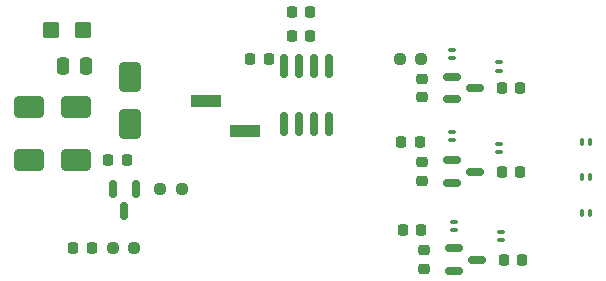
<source format=gtp>
G04 #@! TF.GenerationSoftware,KiCad,Pcbnew,9.0.7*
G04 #@! TF.CreationDate,2026-02-28T23:28:59+02:00*
G04 #@! TF.ProjectId,S-PCBASSY-001-01,532d5043-4241-4535-9359-2d3030312d30,rev?*
G04 #@! TF.SameCoordinates,Original*
G04 #@! TF.FileFunction,Paste,Top*
G04 #@! TF.FilePolarity,Positive*
%FSLAX46Y46*%
G04 Gerber Fmt 4.6, Leading zero omitted, Abs format (unit mm)*
G04 Created by KiCad (PCBNEW 9.0.7) date 2026-02-28 23:28:59*
%MOMM*%
%LPD*%
G01*
G04 APERTURE LIST*
G04 Aperture macros list*
%AMRoundRect*
0 Rectangle with rounded corners*
0 $1 Rounding radius*
0 $2 $3 $4 $5 $6 $7 $8 $9 X,Y pos of 4 corners*
0 Add a 4 corners polygon primitive as box body*
4,1,4,$2,$3,$4,$5,$6,$7,$8,$9,$2,$3,0*
0 Add four circle primitives for the rounded corners*
1,1,$1+$1,$2,$3*
1,1,$1+$1,$4,$5*
1,1,$1+$1,$6,$7*
1,1,$1+$1,$8,$9*
0 Add four rect primitives between the rounded corners*
20,1,$1+$1,$2,$3,$4,$5,0*
20,1,$1+$1,$4,$5,$6,$7,0*
20,1,$1+$1,$6,$7,$8,$9,0*
20,1,$1+$1,$8,$9,$2,$3,0*%
G04 Aperture macros list end*
%ADD10RoundRect,0.225000X-0.225000X-0.250000X0.225000X-0.250000X0.225000X0.250000X-0.225000X0.250000X0*%
%ADD11RoundRect,0.250000X1.000000X0.650000X-1.000000X0.650000X-1.000000X-0.650000X1.000000X-0.650000X0*%
%ADD12RoundRect,0.150000X-0.150000X0.587500X-0.150000X-0.587500X0.150000X-0.587500X0.150000X0.587500X0*%
%ADD13RoundRect,0.237500X-0.250000X-0.237500X0.250000X-0.237500X0.250000X0.237500X-0.250000X0.237500X0*%
%ADD14RoundRect,0.075000X0.225000X-0.075000X0.225000X0.075000X-0.225000X0.075000X-0.225000X-0.075000X0*%
%ADD15RoundRect,0.050000X0.100000X0.250000X-0.100000X0.250000X-0.100000X-0.250000X0.100000X-0.250000X0*%
%ADD16RoundRect,0.225000X0.250000X-0.225000X0.250000X0.225000X-0.250000X0.225000X-0.250000X-0.225000X0*%
%ADD17RoundRect,0.050000X0.250000X-0.100000X0.250000X0.100000X-0.250000X0.100000X-0.250000X-0.100000X0*%
%ADD18RoundRect,0.225000X0.225000X0.250000X-0.225000X0.250000X-0.225000X-0.250000X0.225000X-0.250000X0*%
%ADD19RoundRect,0.218750X-0.218750X-0.256250X0.218750X-0.256250X0.218750X0.256250X-0.218750X0.256250X0*%
%ADD20R,2.510000X1.000000*%
%ADD21RoundRect,0.237500X0.250000X0.237500X-0.250000X0.237500X-0.250000X-0.237500X0.250000X-0.237500X0*%
%ADD22RoundRect,0.250000X-0.650000X1.000000X-0.650000X-1.000000X0.650000X-1.000000X0.650000X1.000000X0*%
%ADD23RoundRect,0.150000X-0.587500X-0.150000X0.587500X-0.150000X0.587500X0.150000X-0.587500X0.150000X0*%
%ADD24RoundRect,0.250000X0.250000X0.475000X-0.250000X0.475000X-0.250000X-0.475000X0.250000X-0.475000X0*%
%ADD25RoundRect,0.150000X0.150000X-0.825000X0.150000X0.825000X-0.150000X0.825000X-0.150000X-0.825000X0*%
%ADD26RoundRect,0.250000X0.457500X0.445000X-0.457500X0.445000X-0.457500X-0.445000X0.457500X-0.445000X0*%
G04 APERTURE END LIST*
D10*
X147662500Y-72450000D03*
X149212500Y-72450000D03*
D11*
X111500000Y-59500000D03*
X107500000Y-59500000D03*
D12*
X116500000Y-66500000D03*
X114600000Y-66500000D03*
X115550000Y-68375000D03*
D10*
X147500000Y-65000000D03*
X149050000Y-65000000D03*
D13*
X118587500Y-66500000D03*
X120412500Y-66500000D03*
D14*
X143275000Y-55400000D03*
X143275000Y-54700000D03*
D15*
X155000000Y-62500000D03*
X154300000Y-62500000D03*
D16*
X140775000Y-65775000D03*
X140775000Y-64225000D03*
D14*
X143275000Y-62350000D03*
X143275000Y-61650000D03*
D17*
X143437500Y-69950000D03*
X143437500Y-69250000D03*
D18*
X127775000Y-55500000D03*
X126225000Y-55500000D03*
D17*
X147275000Y-63350000D03*
X147275000Y-62650000D03*
D15*
X155000000Y-65500000D03*
X154300000Y-65500000D03*
D19*
X111212500Y-71500000D03*
X112787500Y-71500000D03*
D10*
X139000000Y-62500000D03*
X140550000Y-62500000D03*
D16*
X140937500Y-73225000D03*
X140937500Y-71675000D03*
D15*
X155000000Y-68500000D03*
X154300000Y-68500000D03*
D19*
X114212500Y-64000000D03*
X115787500Y-64000000D03*
D10*
X147500000Y-57950000D03*
X149050000Y-57950000D03*
D20*
X125810000Y-61540000D03*
X122500000Y-59000000D03*
D21*
X116412500Y-71500000D03*
X114587500Y-71500000D03*
D13*
X138862500Y-55450000D03*
X140687500Y-55450000D03*
D16*
X140775000Y-58725000D03*
X140775000Y-57175000D03*
D22*
X116000000Y-57000000D03*
X116000000Y-61000000D03*
D10*
X129725000Y-51500000D03*
X131275000Y-51500000D03*
D23*
X143500000Y-71500000D03*
X143500000Y-73400000D03*
X145375000Y-72450000D03*
D10*
X139162500Y-69950000D03*
X140712500Y-69950000D03*
D23*
X143337500Y-57000000D03*
X143337500Y-58900000D03*
X145212500Y-57950000D03*
X143337500Y-64050000D03*
X143337500Y-65950000D03*
X145212500Y-65000000D03*
D24*
X112295000Y-56050000D03*
X110395000Y-56050000D03*
D25*
X129095000Y-60975000D03*
X130365000Y-60975000D03*
X131635000Y-60975000D03*
X132905000Y-60975000D03*
X132905000Y-56025000D03*
X131635000Y-56025000D03*
X130365000Y-56025000D03*
X129095000Y-56025000D03*
D17*
X147437500Y-70800000D03*
X147437500Y-70100000D03*
D11*
X111500000Y-64050000D03*
X107500000Y-64050000D03*
D10*
X129725000Y-53500000D03*
X131275000Y-53500000D03*
D26*
X112042500Y-53050000D03*
X109337500Y-53050000D03*
D17*
X147275000Y-56450000D03*
X147275000Y-55750000D03*
M02*

</source>
